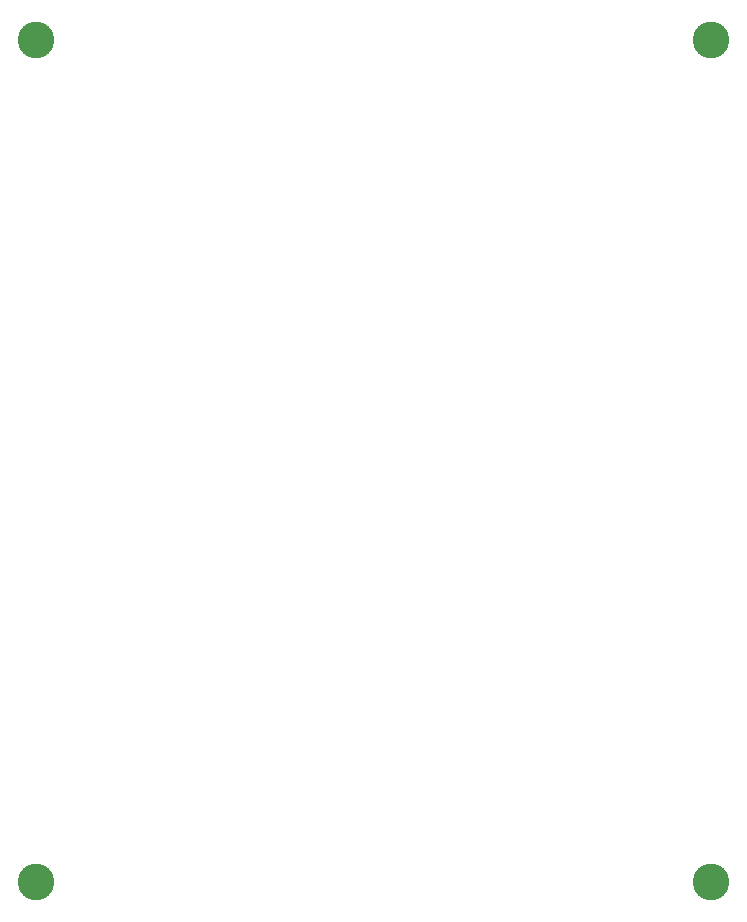
<source format=gts>
G04 #@! TF.GenerationSoftware,KiCad,Pcbnew,5.1.6-c6e7f7d~87~ubuntu18.04.1*
G04 #@! TF.CreationDate,2020-08-05T15:47:38+02:00*
G04 #@! TF.ProjectId,backplate,6261636b-706c-4617-9465-2e6b69636164,rev?*
G04 #@! TF.SameCoordinates,Original*
G04 #@! TF.FileFunction,Soldermask,Top*
G04 #@! TF.FilePolarity,Negative*
%FSLAX46Y46*%
G04 Gerber Fmt 4.6, Leading zero omitted, Abs format (unit mm)*
G04 Created by KiCad (PCBNEW 5.1.6-c6e7f7d~87~ubuntu18.04.1) date 2020-08-05 15:47:38*
%MOMM*%
%LPD*%
G01*
G04 APERTURE LIST*
%ADD10C,3.100000*%
G04 APERTURE END LIST*
D10*
G04 #@! TO.C,REF\u002A\u002A*
X101854000Y-133350000D03*
G04 #@! TD*
G04 #@! TO.C,REF\u002A\u002A*
X159004000Y-133350000D03*
G04 #@! TD*
G04 #@! TO.C,REF\u002A\u002A*
X101854000Y-62103000D03*
G04 #@! TD*
G04 #@! TO.C,REF\u002A\u002A*
X159004000Y-62103000D03*
G04 #@! TD*
M02*

</source>
